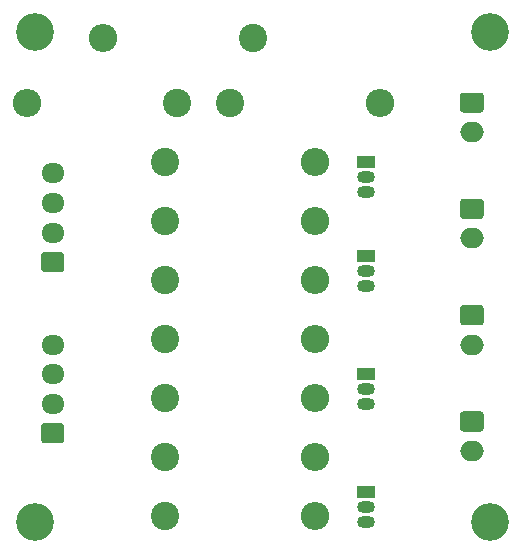
<source format=gbr>
%TF.GenerationSoftware,KiCad,Pcbnew,(5.1.7)-1*%
%TF.CreationDate,2021-07-11T15:44:17+01:00*%
%TF.ProjectId,level_shifter,6c657665-6c5f-4736-9869-667465722e6b,rev?*%
%TF.SameCoordinates,Original*%
%TF.FileFunction,Soldermask,Top*%
%TF.FilePolarity,Negative*%
%FSLAX46Y46*%
G04 Gerber Fmt 4.6, Leading zero omitted, Abs format (unit mm)*
G04 Created by KiCad (PCBNEW (5.1.7)-1) date 2021-07-11 15:44:17*
%MOMM*%
%LPD*%
G01*
G04 APERTURE LIST*
%ADD10O,2.400000X2.400000*%
%ADD11C,2.400000*%
%ADD12R,1.500000X1.050000*%
%ADD13O,1.500000X1.050000*%
%ADD14O,2.000000X1.700000*%
%ADD15O,1.950000X1.700000*%
%ADD16C,3.200000*%
G04 APERTURE END LIST*
D10*
%TO.C,R10*%
X136700000Y-105500000D03*
D11*
X124000000Y-105500000D03*
%TD*%
D10*
%TO.C,R9*%
X136700000Y-95500000D03*
D11*
X124000000Y-95500000D03*
%TD*%
D10*
%TO.C,R8*%
X136700000Y-85500000D03*
D11*
X124000000Y-85500000D03*
%TD*%
D10*
%TO.C,R7*%
X136700000Y-75500000D03*
D11*
X124000000Y-75500000D03*
%TD*%
D10*
%TO.C,R6*%
X136700000Y-100500000D03*
D11*
X124000000Y-100500000D03*
%TD*%
D10*
%TO.C,R5*%
X136700000Y-90500000D03*
D11*
X124000000Y-90500000D03*
%TD*%
D10*
%TO.C,R4*%
X136700000Y-80500000D03*
D11*
X124000000Y-80500000D03*
%TD*%
D10*
%TO.C,R3*%
X142200000Y-70500000D03*
D11*
X129500000Y-70500000D03*
%TD*%
D10*
%TO.C,R2*%
X118800000Y-65000000D03*
D11*
X131500000Y-65000000D03*
%TD*%
D10*
%TO.C,R1*%
X112300000Y-70500000D03*
D11*
X125000000Y-70500000D03*
%TD*%
D12*
%TO.C,Q4*%
X141000000Y-103500000D03*
D13*
X141000000Y-106040000D03*
X141000000Y-104770000D03*
%TD*%
D12*
%TO.C,Q3*%
X141000000Y-93500000D03*
D13*
X141000000Y-96040000D03*
X141000000Y-94770000D03*
%TD*%
D12*
%TO.C,Q2*%
X141000000Y-83500000D03*
D13*
X141000000Y-86040000D03*
X141000000Y-84770000D03*
%TD*%
D12*
%TO.C,Q1*%
X141000000Y-75500000D03*
D13*
X141000000Y-78040000D03*
X141000000Y-76770000D03*
%TD*%
D14*
%TO.C,J6*%
X150000000Y-100000000D03*
G36*
G01*
X149250000Y-96650000D02*
X150750000Y-96650000D01*
G75*
G02*
X151000000Y-96900000I0J-250000D01*
G01*
X151000000Y-98100000D01*
G75*
G02*
X150750000Y-98350000I-250000J0D01*
G01*
X149250000Y-98350000D01*
G75*
G02*
X149000000Y-98100000I0J250000D01*
G01*
X149000000Y-96900000D01*
G75*
G02*
X149250000Y-96650000I250000J0D01*
G01*
G37*
%TD*%
%TO.C,J5*%
X150000000Y-91000000D03*
G36*
G01*
X149250000Y-87650000D02*
X150750000Y-87650000D01*
G75*
G02*
X151000000Y-87900000I0J-250000D01*
G01*
X151000000Y-89100000D01*
G75*
G02*
X150750000Y-89350000I-250000J0D01*
G01*
X149250000Y-89350000D01*
G75*
G02*
X149000000Y-89100000I0J250000D01*
G01*
X149000000Y-87900000D01*
G75*
G02*
X149250000Y-87650000I250000J0D01*
G01*
G37*
%TD*%
%TO.C,J4*%
X150000000Y-82000000D03*
G36*
G01*
X149250000Y-78650000D02*
X150750000Y-78650000D01*
G75*
G02*
X151000000Y-78900000I0J-250000D01*
G01*
X151000000Y-80100000D01*
G75*
G02*
X150750000Y-80350000I-250000J0D01*
G01*
X149250000Y-80350000D01*
G75*
G02*
X149000000Y-80100000I0J250000D01*
G01*
X149000000Y-78900000D01*
G75*
G02*
X149250000Y-78650000I250000J0D01*
G01*
G37*
%TD*%
%TO.C,J3*%
X150000000Y-73000000D03*
G36*
G01*
X149250000Y-69650000D02*
X150750000Y-69650000D01*
G75*
G02*
X151000000Y-69900000I0J-250000D01*
G01*
X151000000Y-71100000D01*
G75*
G02*
X150750000Y-71350000I-250000J0D01*
G01*
X149250000Y-71350000D01*
G75*
G02*
X149000000Y-71100000I0J250000D01*
G01*
X149000000Y-69900000D01*
G75*
G02*
X149250000Y-69650000I250000J0D01*
G01*
G37*
%TD*%
D15*
%TO.C,J2*%
X114500000Y-91000000D03*
X114500000Y-93500000D03*
X114500000Y-96000000D03*
G36*
G01*
X115225000Y-99350000D02*
X113775000Y-99350000D01*
G75*
G02*
X113525000Y-99100000I0J250000D01*
G01*
X113525000Y-97900000D01*
G75*
G02*
X113775000Y-97650000I250000J0D01*
G01*
X115225000Y-97650000D01*
G75*
G02*
X115475000Y-97900000I0J-250000D01*
G01*
X115475000Y-99100000D01*
G75*
G02*
X115225000Y-99350000I-250000J0D01*
G01*
G37*
%TD*%
%TO.C,J1*%
X114500000Y-76500000D03*
X114500000Y-79000000D03*
X114500000Y-81500000D03*
G36*
G01*
X115225000Y-84850000D02*
X113775000Y-84850000D01*
G75*
G02*
X113525000Y-84600000I0J250000D01*
G01*
X113525000Y-83400000D01*
G75*
G02*
X113775000Y-83150000I250000J0D01*
G01*
X115225000Y-83150000D01*
G75*
G02*
X115475000Y-83400000I0J-250000D01*
G01*
X115475000Y-84600000D01*
G75*
G02*
X115225000Y-84850000I-250000J0D01*
G01*
G37*
%TD*%
D16*
%TO.C,REF\u002A\u002A*%
X113000000Y-106000000D03*
%TD*%
%TO.C,REF\u002A\u002A*%
X151500000Y-64500000D03*
%TD*%
%TO.C,REF\u002A\u002A*%
X113000000Y-64500000D03*
%TD*%
%TO.C,REF\u002A\u002A*%
X151500000Y-106000000D03*
%TD*%
M02*

</source>
